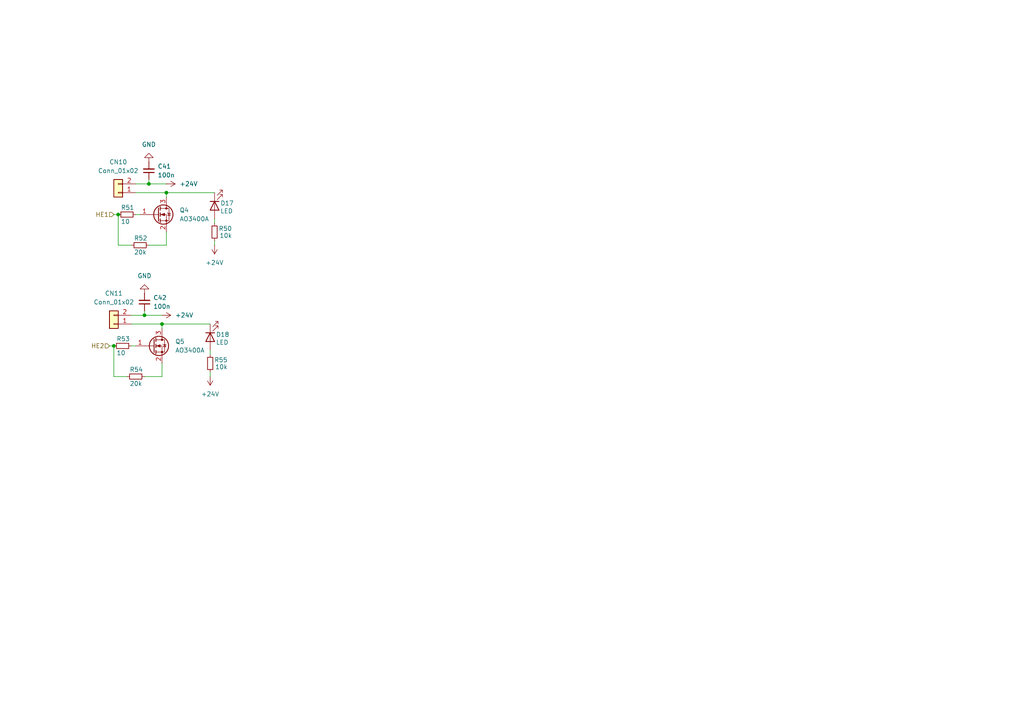
<source format=kicad_sch>
(kicad_sch (version 20250114) (generator "eeschema") (generator_version "9.0")
  (paper "A4")
  (lib_symbols
    (symbol "Connector_Generic:Conn_01x02" (pin_names (offset 1.016) (hide yes))
      (property "Reference" "J" (at 0 2.54 0))
      (property "Value" "Conn_01x02" (at 0 -5.08 0))
      (symbol "Conn_01x02_1_1"
        (rectangle (start -1.27 1.27) (end 1.27 -3.81) (stroke (width 0.254)) (fill (type background)))
        (rectangle (start -1.27 0.127) (end 0 -0.127) (stroke (width 0.1524)))
        (rectangle (start -1.27 -2.413) (end 0 -2.667) (stroke (width 0.1524)))
        (pin passive line (at -5.08 0 0) (length 3.81) (name "Pin_1") (number "1"))
        (pin passive line (at -5.08 -2.54 0) (length 3.81) (name "Pin_2") (number "2"))
      )
    )
    (symbol "Device:C_Small" (pin_numbers (hide yes)) (pin_names (offset 0.254) (hide yes))
      (property "Reference" "C" (at 0.254 1.778 0))
      (property "Value" "C_Small" (at 0.254 -2.032 0))
      (symbol "C_Small_0_1"
        (polyline (pts (xy -1.524 0.508) (xy 1.524 0.508)) (stroke (width 0.3048)))
        (polyline (pts (xy -1.524 -0.508) (xy 1.524 -0.508)) (stroke (width 0.3302)))
      )
      (symbol "C_Small_1_1"
        (pin passive line (at 0 2.54 270) (length 2.032) (name "~") (number "1"))
        (pin passive line (at 0 -2.54 90) (length 2.032) (name "~") (number "2"))
      )
    )
    (symbol "Device:LED" (pin_numbers (hide yes)) (pin_names (offset 1.016) (hide yes))
      (property "Reference" "D" (at 0 2.54 0))
      (property "Value" "LED" (at 0 -2.54 0))
      (symbol "LED_0_1"
        (polyline (pts (xy -3.048 -0.762) (xy -4.572 -2.286) (xy -3.81 -2.286) (xy -4.572 -2.286) (xy -4.572 -1.524)))
        (polyline (pts (xy -1.778 -0.762) (xy -3.302 -2.286) (xy -2.54 -2.286) (xy -3.302 -2.286) (xy -3.302 -1.524)))
        (polyline (pts (xy -1.27 0) (xy 1.27 0)))
        (polyline (pts (xy -1.27 -1.27) (xy -1.27 1.27)) (stroke (width 0.254)))
        (polyline (pts (xy 1.27 -1.27) (xy 1.27 1.27) (xy -1.27 0) (xy 1.27 -1.27)) (stroke (width 0.254)))
      )
      (symbol "LED_1_1"
        (pin passive line (at -3.81 0 0) (length 2.54) (name "K") (number "1"))
        (pin passive line (at 3.81 0 180) (length 2.54) (name "A") (number "2"))
      )
    )
    (symbol "Device:R_Small" (pin_numbers (hide yes)) (pin_names (offset 0.254) (hide yes))
      (property "Reference" "R" (at 0.762 0.508 0))
      (property "Value" "R_Small" (at 0.762 -1.016 0))
      (symbol "R_Small_0_1"
        (rectangle (start -0.762 1.778) (end 0.762 -1.778) (stroke (width 0.2032)))
      )
      (symbol "R_Small_1_1"
        (pin passive line (at 0 2.54 270) (length 0.762) (name "~") (number "1"))
        (pin passive line (at 0 -2.54 90) (length 0.762) (name "~") (number "2"))
      )
    )
    (symbol "Transistor_FET:AO3400A" (pin_names (hide yes))
      (property "Reference" "Q" (at 5.08 1.905 0))
      (property "Value" "AO3400A" (at 5.08 0 0))
      (symbol "AO3400A_0_1"
        (polyline (pts (xy 0.254 1.905) (xy 0.254 -1.905)) (stroke (width 0.254)))
        (polyline (pts (xy 0.254 0) (xy -2.54 0)))
        (polyline (pts (xy 0.762 2.286) (xy 0.762 1.27)) (stroke (width 0.254)))
        (polyline (pts (xy 0.762 0.508) (xy 0.762 -0.508)) (stroke (width 0.254)))
        (polyline (pts (xy 0.762 -1.27) (xy 0.762 -2.286)) (stroke (width 0.254)))
        (polyline (pts (xy 0.762 -1.778) (xy 3.302 -1.778) (xy 3.302 1.778) (xy 0.762 1.778)))
        (polyline (pts (xy 1.016 0) (xy 2.032 0.381) (xy 2.032 -0.381) (xy 1.016 0)) (fill (type outline)))
        (circle (center 1.651 0) (radius 2.794) (stroke (width 0.254)))
        (polyline (pts (xy 2.54 2.54) (xy 2.54 1.778)))
        (circle (center 2.54 1.778) (radius 0.254) (fill (type outline)))
        (circle (center 2.54 -1.778) (radius 0.254) (fill (type outline)))
        (polyline (pts (xy 2.54 -2.54) (xy 2.54 0) (xy 0.762 0)))
        (polyline (pts (xy 2.794 0.508) (xy 2.921 0.381) (xy 3.683 0.381) (xy 3.81 0.254)))
        (polyline (pts (xy 3.302 0.381) (xy 2.921 -0.254) (xy 3.683 -0.254) (xy 3.302 0.381)))
      )
      (symbol "AO3400A_1_1"
        (pin input line (at -5.08 0 0) (length 2.54) (name "G") (number "1"))
        (pin passive line (at 2.54 5.08 270) (length 2.54) (name "D") (number "3"))
        (pin passive line (at 2.54 -5.08 90) (length 2.54) (name "S") (number "2"))
      )
    )
    (symbol "power:+24V" (power) (pin_numbers (hide yes)) (pin_names (offset 0) (hide yes))
      (property "Value" "+24V" (at 0 3.556 0))
      (symbol "+24V_0_1"
        (polyline (pts (xy -0.762 1.27) (xy 0 2.54)))
        (polyline (pts (xy 0 2.54) (xy 0.762 1.27)))
        (polyline (pts (xy 0 0) (xy 0 2.54)))
      )
      (symbol "+24V_1_1"
        (pin power_in line (at 0 0 90) (length 0) (name "~") (number "1"))
      )
    )
    (symbol "power:GND" (power) (pin_numbers (hide yes)) (pin_names (offset 0) (hide yes))
      (property "Value" "GND" (at 0 -3.81 0))
      (symbol "GND_0_1"
        (polyline (pts (xy 0 0) (xy 0 -1.27) (xy 1.27 -1.27) (xy 0 -2.54) (xy -1.27 -1.27) (xy 0 -1.27)))
      )
      (symbol "GND_1_1"
        (pin power_in line (at 0 0 270) (length 0) (name "~") (number "1"))
      )
    )
  )
  (junction (at 33.02 100.33))
  (junction (at 46.99 93.98))
  (junction (at 41.91 91.44))
  (junction (at 34.29 62.23))
  (junction (at 48.26 55.88))
  (junction (at 43.18 53.34))
  (wire (pts (xy 39.37 55.88) (xy 48.26 55.88)))
  (wire (pts (xy 48.26 57.15) (xy 48.26 55.88)))
  (wire (pts (xy 43.18 71.12) (xy 48.26 71.12)))
  (wire (pts (xy 48.26 71.12) (xy 48.26 67.31)))
  (wire (pts (xy 38.1 100.33) (xy 39.37 100.33)))
  (wire (pts (xy 46.99 91.44) (xy 41.91 91.44)))
  (wire (pts (xy 36.83 109.22) (xy 33.02 109.22)))
  (wire (pts (xy 46.99 109.22) (xy 46.99 105.41)))
  (wire (pts (xy 38.1 93.98) (xy 46.99 93.98)))
  (wire (pts (xy 46.99 95.25) (xy 46.99 93.98)))
  (wire (pts (xy 39.37 62.23) (xy 40.64 62.23)))
  (wire (pts (xy 31.75 100.33) (xy 33.02 100.33)))
  (wire (pts (xy 48.26 55.88) (xy 62.23 55.88)))
  (wire (pts (xy 41.91 90.17) (xy 41.91 91.44)))
  (wire (pts (xy 33.02 109.22) (xy 33.02 100.33)))
  (wire (pts (xy 62.23 63.5) (xy 62.23 64.77)))
  (wire (pts (xy 60.96 101.6) (xy 60.96 102.87)))
  (wire (pts (xy 62.23 71.12) (xy 62.23 69.85)))
  (wire (pts (xy 41.91 91.44) (xy 38.1 91.44)))
  (wire (pts (xy 48.26 53.34) (xy 43.18 53.34)))
  (wire (pts (xy 46.99 93.98) (xy 60.96 93.98)))
  (wire (pts (xy 41.91 109.22) (xy 46.99 109.22)))
  (wire (pts (xy 43.18 52.07) (xy 43.18 53.34)))
  (wire (pts (xy 38.1 71.12) (xy 34.29 71.12)))
  (wire (pts (xy 60.96 109.22) (xy 60.96 107.95)))
  (wire (pts (xy 34.29 71.12) (xy 34.29 62.23)))
  (wire (pts (xy 43.18 53.34) (xy 39.37 53.34)))
  (wire (pts (xy 33.02 62.23) (xy 34.29 62.23)))
  (hierarchical_label "HE2" (shape input) (at 31.75 100.33 180))
  (hierarchical_label "HE1" (shape input) (at 33.02 62.23 180))
  (symbol (lib_id "Connector_Generic:Conn_01x02") (at 33.02 93.98 180) (unit 1)
    (property "Reference" "CN11" (at 33.02 85.09 0))
    (property "Value" "Conn_01x02" (at 33.02 87.63 0))
    (property "Footprint" "Connector_JST:JST_XH_B2B-XH-A_1x02_P2.50mm_Vertical" (effects (hide yes)))
    (property "Description" "Generic connector, single row, 01x02, script generated (kicad-library-utils/schlib/autogen/connector/)" (effects (hide yes)))
  )
  (symbol (lib_id "Device:R_Small") (at 40.64 71.12 90) (mirror x) (unit 1)
    (property "Reference" "R52" (at 38.862 69.088 90) (effects (justify right)))
    (property "Value" "20k" (at 38.862 73.152 90) (effects (justify right)))
    (property "Footprint" "Resistor_SMD:R_0402_1005Metric" (effects (hide yes)))
  )
  (symbol (lib_id "Device:R_Small") (at 62.23 67.31 0) (mirror x) (unit 1)
    (property "Reference" "R50" (at 67.31 66.294 0) (effects (justify right)))
    (property "Value" "10k" (at 67.31 68.326 0) (effects (justify right)))
    (property "Footprint" "Resistor_SMD:R_0402_1005Metric" (effects (hide yes)))
  )
  (symbol (lib_id "Device:LED") (at 60.96 97.79 90) (mirror x) (unit 1)
    (property "Reference" "D18" (at 66.548 97.028 90) (effects (justify left)))
    (property "Value" "LED" (at 66.294 99.314 90) (effects (justify left)))
    (property "Footprint" "LED_SMD:LED_0603_1608Metric" (effects (hide yes)))
  )
  (symbol (lib_id "Device:R_Small") (at 60.96 105.41 0) (mirror x) (unit 1)
    (property "Reference" "R55" (at 66.04 104.394 0) (effects (justify right)))
    (property "Value" "10k" (at 66.04 106.426 0) (effects (justify right)))
    (property "Footprint" "Resistor_SMD:R_0402_1005Metric" (effects (hide yes)))
  )
  (symbol (lib_id "Connector_Generic:Conn_01x02") (at 34.29 55.88 180) (unit 1)
    (property "Reference" "CN10" (at 34.29 46.99 0))
    (property "Value" "Conn_01x02" (at 34.29 49.53 0))
    (property "Footprint" "Connector_JST:JST_XH_B2B-XH-A_1x02_P2.50mm_Vertical" (effects (hide yes)))
    (property "Description" "Generic connector, single row, 01x02, script generated (kicad-library-utils/schlib/autogen/connector/)" (effects (hide yes)))
  )
  (symbol (lib_id "Device:R_Small") (at 39.37 109.22 90) (mirror x) (unit 1)
    (property "Reference" "R54" (at 37.592 107.188 90) (effects (justify right)))
    (property "Value" "20k" (at 37.592 111.252 90) (effects (justify right)))
    (property "Footprint" "Resistor_SMD:R_0402_1005Metric" (effects (hide yes)))
  )
  (symbol (lib_id "Device:C_Small") (at 43.18 49.53 180) (unit 1)
    (property "Reference" "C41" (at 45.72 48.2535 0) (effects (justify right)))
    (property "Value" "100n" (at 45.72 50.7935 0) (effects (justify right)))
    (property "Footprint" "Capacitor_SMD:C_0402_1005Metric" (effects (hide yes)))
    (property "Description" "Unpolarized capacitor, small symbol" (effects (hide yes)))
  )
  (symbol (lib_id "power:+24V") (at 48.26 53.34 270) (unit 1)
    (property "Reference" "#PWR0125" (effects (hide yes)))
    (property "Value" "+24V" (at 52.07 53.3399 90) (effects (justify left)))
    (property "Description" "Power symbol creates a global label with name \"+24V\"" (effects (hide yes)))
  )
  (symbol (lib_id "power:GND") (at 43.18 46.99 180) (unit 1)
    (property "Reference" "#PWR0126" (effects (hide yes)))
    (property "Value" "GND" (at 43.18 41.91 0))
    (property "Description" "Power symbol creates a global label with name \"GND\" , ground" (effects (hide yes)))
  )
  (symbol (lib_id "power:+24V") (at 46.99 91.44 270) (unit 1)
    (property "Reference" "#PWR0129" (effects (hide yes)))
    (property "Value" "+24V" (at 50.8 91.4399 90) (effects (justify left)))
    (property "Description" "Power symbol creates a global label with name \"+24V\"" (effects (hide yes)))
  )
  (symbol (lib_id "power:+24V") (at 60.96 109.22 180) (unit 1)
    (property "Reference" "#PWR0130" (effects (hide yes)))
    (property "Value" "+24V" (at 60.96 114.3 0))
    (property "Description" "Power symbol creates a global label with name \"+24V\"" (effects (hide yes)))
  )
  (symbol (lib_id "Transistor_FET:AO3400A") (at 44.45 100.33 0) (unit 1)
    (property "Reference" "Q5" (at 50.8 99.0599 0) (effects (justify left)))
    (property "Value" "AO3400A" (at 50.8 101.5999 0) (effects (justify left)))
    (property "Footprint" "Package_TO_SOT_SMD:SOT-23" (effects (hide yes)))
    (property "Datasheet" "http://www.aosmd.com/pdfs/datasheet/AO3400A.pdf" (effects (hide yes)))
    (property "Description" "30V Vds, 5.7A Id, N-Channel MOSFET, SOT-23" (effects (hide yes)))
  )
  (symbol (lib_id "Device:LED") (at 62.23 59.69 90) (mirror x) (unit 1)
    (property "Reference" "D17" (at 67.818 58.928 90) (effects (justify left)))
    (property "Value" "LED" (at 67.564 61.214 90) (effects (justify left)))
    (property "Footprint" "LED_SMD:LED_0603_1608Metric" (effects (hide yes)))
  )
  (symbol (lib_id "Transistor_FET:AO3400A") (at 45.72 62.23 0) (unit 1)
    (property "Reference" "Q4" (at 52.07 60.9599 0) (effects (justify left)))
    (property "Value" "AO3400A" (at 52.07 63.4999 0) (effects (justify left)))
    (property "Footprint" "Package_TO_SOT_SMD:SOT-23" (effects (hide yes)))
    (property "Datasheet" "http://www.aosmd.com/pdfs/datasheet/AO3400A.pdf" (effects (hide yes)))
    (property "Description" "30V Vds, 5.7A Id, N-Channel MOSFET, SOT-23" (effects (hide yes)))
  )
  (symbol (lib_id "Device:R_Small") (at 36.83 62.23 90) (mirror x) (unit 1)
    (property "Reference" "R51" (at 35.052 60.198 90) (effects (justify right)))
    (property "Value" "10" (at 35.052 64.262 90) (effects (justify right)))
    (property "Footprint" "Resistor_SMD:R_0402_1005Metric" (effects (hide yes)))
  )
  (symbol (lib_id "Device:R_Small") (at 35.56 100.33 90) (mirror x) (unit 1)
    (property "Reference" "R53" (at 33.782 98.298 90) (effects (justify right)))
    (property "Value" "10" (at 33.782 102.362 90) (effects (justify right)))
    (property "Footprint" "Resistor_SMD:R_0402_1005Metric" (effects (hide yes)))
  )
  (symbol (lib_id "Device:C_Small") (at 41.91 87.63 180) (unit 1)
    (property "Reference" "C42" (at 44.45 86.3535 0) (effects (justify right)))
    (property "Value" "100n" (at 44.45 88.8935 0) (effects (justify right)))
    (property "Footprint" "Capacitor_SMD:C_0402_1005Metric" (effects (hide yes)))
    (property "Description" "Unpolarized capacitor, small symbol" (effects (hide yes)))
  )
  (symbol (lib_id "power:GND") (at 41.91 85.09 180) (unit 1)
    (property "Reference" "#PWR0128" (effects (hide yes)))
    (property "Value" "GND" (at 41.91 80.01 0))
    (property "Description" "Power symbol creates a global label with name \"GND\" , ground" (effects (hide yes)))
  )
  (symbol (lib_id "power:+24V") (at 62.23 71.12 180) (unit 1)
    (property "Reference" "#PWR0127" (effects (hide yes)))
    (property "Value" "+24V" (at 62.23 76.2 0))
    (property "Description" "Power symbol creates a global label with name \"+24V\"" (effects (hide yes)))
  )
)
</source>
